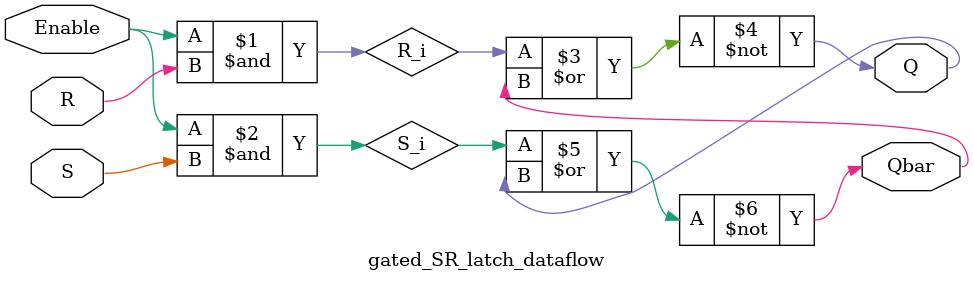
<source format=v>
`timescale 1ns / 1ps


module gated_SR_latch_dataflow(
    input R,
    input S,
    input Enable,
    output Q,
    output Qbar
    );
    
    wire R_i, S_i;
    
    assign #2 R_i = Enable & R;
    assign #2 S_i = Enable & S;
    assign #2 Q = ~ (R_i | Qbar);
    assign #2 Qbar = ~ (S_i | Q);
endmodule

</source>
